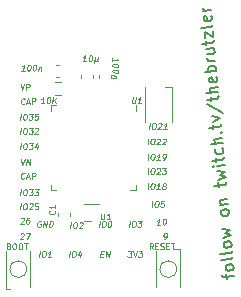
<source format=gbr>
%TF.GenerationSoftware,KiCad,Pcbnew,(6.0.7)*%
%TF.CreationDate,2023-02-02T23:10:42+01:00*%
%TF.ProjectId,ESP31-01_V4,45535033-312d-4303-915f-56342e6b6963,rev?*%
%TF.SameCoordinates,Original*%
%TF.FileFunction,Legend,Top*%
%TF.FilePolarity,Positive*%
%FSLAX46Y46*%
G04 Gerber Fmt 4.6, Leading zero omitted, Abs format (unit mm)*
G04 Created by KiCad (PCBNEW (6.0.7)) date 2023-02-02 23:10:42*
%MOMM*%
%LPD*%
G01*
G04 APERTURE LIST*
%ADD10C,0.100000*%
%ADD11C,0.150000*%
%ADD12C,0.120000*%
G04 APERTURE END LIST*
D10*
X105378258Y-108973809D02*
X105405044Y-108950000D01*
X105455639Y-108926190D01*
X105574687Y-108926190D01*
X105619330Y-108950000D01*
X105640163Y-108973809D01*
X105658020Y-109021428D01*
X105652068Y-109069047D01*
X105619330Y-109140476D01*
X105297901Y-109426190D01*
X105607425Y-109426190D01*
X106098497Y-108926190D02*
X106003258Y-108926190D01*
X105952663Y-108950000D01*
X105925877Y-108973809D01*
X105869330Y-109045238D01*
X105833616Y-109140476D01*
X105809806Y-109330952D01*
X105827663Y-109378571D01*
X105848497Y-109402380D01*
X105893139Y-109426190D01*
X105988377Y-109426190D01*
X106038973Y-109402380D01*
X106065758Y-109378571D01*
X106095520Y-109330952D01*
X106110401Y-109211904D01*
X106092544Y-109164285D01*
X106071711Y-109140476D01*
X106027068Y-109116666D01*
X105931830Y-109116666D01*
X105881235Y-109140476D01*
X105854449Y-109164285D01*
X105824687Y-109211904D01*
X116553809Y-111586190D02*
X116387142Y-111348095D01*
X116268095Y-111586190D02*
X116268095Y-111086190D01*
X116458571Y-111086190D01*
X116506190Y-111110000D01*
X116530000Y-111133809D01*
X116553809Y-111181428D01*
X116553809Y-111252857D01*
X116530000Y-111300476D01*
X116506190Y-111324285D01*
X116458571Y-111348095D01*
X116268095Y-111348095D01*
X116768095Y-111324285D02*
X116934761Y-111324285D01*
X117006190Y-111586190D02*
X116768095Y-111586190D01*
X116768095Y-111086190D01*
X117006190Y-111086190D01*
X117196666Y-111562380D02*
X117268095Y-111586190D01*
X117387142Y-111586190D01*
X117434761Y-111562380D01*
X117458571Y-111538571D01*
X117482380Y-111490952D01*
X117482380Y-111443333D01*
X117458571Y-111395714D01*
X117434761Y-111371904D01*
X117387142Y-111348095D01*
X117291904Y-111324285D01*
X117244285Y-111300476D01*
X117220476Y-111276666D01*
X117196666Y-111229047D01*
X117196666Y-111181428D01*
X117220476Y-111133809D01*
X117244285Y-111110000D01*
X117291904Y-111086190D01*
X117410952Y-111086190D01*
X117482380Y-111110000D01*
X117696666Y-111324285D02*
X117863333Y-111324285D01*
X117934761Y-111586190D02*
X117696666Y-111586190D01*
X117696666Y-111086190D01*
X117934761Y-111086190D01*
X118077619Y-111086190D02*
X118363333Y-111086190D01*
X118220476Y-111586190D02*
X118220476Y-111086190D01*
X105314568Y-101826190D02*
X105377068Y-101326190D01*
X105710401Y-101326190D02*
X105805639Y-101326190D01*
X105850282Y-101350000D01*
X105891949Y-101397619D01*
X105903854Y-101492857D01*
X105883020Y-101659523D01*
X105847306Y-101754761D01*
X105793735Y-101802380D01*
X105743139Y-101826190D01*
X105647901Y-101826190D01*
X105603258Y-101802380D01*
X105561592Y-101754761D01*
X105549687Y-101659523D01*
X105570520Y-101492857D01*
X105606235Y-101397619D01*
X105659806Y-101350000D01*
X105710401Y-101326190D01*
X106091354Y-101326190D02*
X106400877Y-101326190D01*
X106210401Y-101516666D01*
X106281830Y-101516666D01*
X106326473Y-101540476D01*
X106347306Y-101564285D01*
X106365163Y-101611904D01*
X106350282Y-101730952D01*
X106320520Y-101778571D01*
X106293735Y-101802380D01*
X106243139Y-101826190D01*
X106100282Y-101826190D01*
X106055639Y-101802380D01*
X106034806Y-101778571D01*
X106585401Y-101373809D02*
X106612187Y-101350000D01*
X106662782Y-101326190D01*
X106781830Y-101326190D01*
X106826473Y-101350000D01*
X106847306Y-101373809D01*
X106865163Y-101421428D01*
X106859211Y-101469047D01*
X106826473Y-101540476D01*
X106505044Y-101826190D01*
X106814568Y-101826190D01*
X116114568Y-104026190D02*
X116177068Y-103526190D01*
X116510401Y-103526190D02*
X116605639Y-103526190D01*
X116650282Y-103550000D01*
X116691949Y-103597619D01*
X116703854Y-103692857D01*
X116683020Y-103859523D01*
X116647306Y-103954761D01*
X116593735Y-104002380D01*
X116543139Y-104026190D01*
X116447901Y-104026190D01*
X116403258Y-104002380D01*
X116361592Y-103954761D01*
X116349687Y-103859523D01*
X116370520Y-103692857D01*
X116406235Y-103597619D01*
X116459806Y-103550000D01*
X116510401Y-103526190D01*
X117138377Y-104026190D02*
X116852663Y-104026190D01*
X116995520Y-104026190D02*
X117058020Y-103526190D01*
X117001473Y-103597619D01*
X116947901Y-103645238D01*
X116897306Y-103669047D01*
X117376473Y-104026190D02*
X117471711Y-104026190D01*
X117522306Y-104002380D01*
X117549092Y-103978571D01*
X117605639Y-103907142D01*
X117641354Y-103811904D01*
X117665163Y-103621428D01*
X117647306Y-103573809D01*
X117626473Y-103550000D01*
X117581830Y-103526190D01*
X117486592Y-103526190D01*
X117435997Y-103550000D01*
X117409211Y-103573809D01*
X117379449Y-103621428D01*
X117364568Y-103740476D01*
X117382425Y-103788095D01*
X117403258Y-103811904D01*
X117447901Y-103835714D01*
X117543139Y-103835714D01*
X117593735Y-103811904D01*
X117620520Y-103788095D01*
X117650282Y-103740476D01*
X107073235Y-109224000D02*
X107028592Y-109200190D01*
X106957163Y-109200190D01*
X106882758Y-109224000D01*
X106829187Y-109271619D01*
X106799425Y-109319238D01*
X106763711Y-109414476D01*
X106754782Y-109485904D01*
X106766687Y-109581142D01*
X106784544Y-109628761D01*
X106826211Y-109676380D01*
X106894663Y-109700190D01*
X106942282Y-109700190D01*
X107016687Y-109676380D01*
X107043473Y-109652571D01*
X107064306Y-109485904D01*
X106969068Y-109485904D01*
X107251806Y-109700190D02*
X107314306Y-109200190D01*
X107537520Y-109700190D01*
X107600020Y-109200190D01*
X107775616Y-109700190D02*
X107838116Y-109200190D01*
X107957163Y-109200190D01*
X108025616Y-109224000D01*
X108067282Y-109271619D01*
X108085139Y-109319238D01*
X108097044Y-109414476D01*
X108088116Y-109485904D01*
X108052401Y-109581142D01*
X108022639Y-109628761D01*
X107969068Y-109676380D01*
X107894663Y-109700190D01*
X107775616Y-109700190D01*
X105353258Y-110273809D02*
X105380044Y-110250000D01*
X105430639Y-110226190D01*
X105549687Y-110226190D01*
X105594330Y-110250000D01*
X105615163Y-110273809D01*
X105633020Y-110321428D01*
X105627068Y-110369047D01*
X105594330Y-110440476D01*
X105272901Y-110726190D01*
X105582425Y-110726190D01*
X105811592Y-110226190D02*
X106144925Y-110226190D01*
X105868139Y-110726190D01*
X105649092Y-105578571D02*
X105622306Y-105602380D01*
X105547901Y-105626190D01*
X105500282Y-105626190D01*
X105431830Y-105602380D01*
X105390163Y-105554761D01*
X105372306Y-105507142D01*
X105360401Y-105411904D01*
X105369330Y-105340476D01*
X105405044Y-105245238D01*
X105434806Y-105197619D01*
X105488377Y-105150000D01*
X105562782Y-105126190D01*
X105610401Y-105126190D01*
X105678854Y-105150000D01*
X105699687Y-105173809D01*
X105851473Y-105483333D02*
X106089568Y-105483333D01*
X105785997Y-105626190D02*
X106015163Y-105126190D01*
X106119330Y-105626190D01*
X106285997Y-105626190D02*
X106348497Y-105126190D01*
X106538973Y-105126190D01*
X106583616Y-105150000D01*
X106604449Y-105173809D01*
X106622306Y-105221428D01*
X106613377Y-105292857D01*
X106583616Y-105340476D01*
X106556830Y-105364285D01*
X106506235Y-105388095D01*
X106315758Y-105388095D01*
X116114568Y-102726190D02*
X116177068Y-102226190D01*
X116510401Y-102226190D02*
X116605639Y-102226190D01*
X116650282Y-102250000D01*
X116691949Y-102297619D01*
X116703854Y-102392857D01*
X116683020Y-102559523D01*
X116647306Y-102654761D01*
X116593735Y-102702380D01*
X116543139Y-102726190D01*
X116447901Y-102726190D01*
X116403258Y-102702380D01*
X116361592Y-102654761D01*
X116349687Y-102559523D01*
X116370520Y-102392857D01*
X116406235Y-102297619D01*
X116459806Y-102250000D01*
X116510401Y-102226190D01*
X116909211Y-102273809D02*
X116935997Y-102250000D01*
X116986592Y-102226190D01*
X117105639Y-102226190D01*
X117150282Y-102250000D01*
X117171116Y-102273809D01*
X117188973Y-102321428D01*
X117183020Y-102369047D01*
X117150282Y-102440476D01*
X116828854Y-102726190D01*
X117138377Y-102726190D01*
X117385401Y-102273809D02*
X117412187Y-102250000D01*
X117462782Y-102226190D01*
X117581830Y-102226190D01*
X117626473Y-102250000D01*
X117647306Y-102273809D01*
X117665163Y-102321428D01*
X117659211Y-102369047D01*
X117626473Y-102440476D01*
X117305044Y-102726190D01*
X117614568Y-102726190D01*
X107357425Y-99226190D02*
X107071711Y-99226190D01*
X107214568Y-99226190D02*
X107277068Y-98726190D01*
X107220520Y-98797619D01*
X107166949Y-98845238D01*
X107116354Y-98869047D01*
X107729449Y-98726190D02*
X107777068Y-98726190D01*
X107821711Y-98750000D01*
X107842544Y-98773809D01*
X107860401Y-98821428D01*
X107872306Y-98916666D01*
X107857425Y-99035714D01*
X107821711Y-99130952D01*
X107791949Y-99178571D01*
X107765163Y-99202380D01*
X107714568Y-99226190D01*
X107666949Y-99226190D01*
X107622306Y-99202380D01*
X107601473Y-99178571D01*
X107583616Y-99130952D01*
X107571711Y-99035714D01*
X107586592Y-98916666D01*
X107622306Y-98821428D01*
X107652068Y-98773809D01*
X107678854Y-98750000D01*
X107729449Y-98726190D01*
X108047901Y-99226190D02*
X108110401Y-98726190D01*
X108333616Y-99226190D02*
X108155044Y-98940476D01*
X108396116Y-98726190D02*
X108074687Y-99011904D01*
X105386592Y-103926190D02*
X105490758Y-104426190D01*
X105719925Y-103926190D01*
X105824092Y-104426190D02*
X105886592Y-103926190D01*
X106109806Y-104426190D01*
X106172306Y-103926190D01*
X105649092Y-99278571D02*
X105622306Y-99302380D01*
X105547901Y-99326190D01*
X105500282Y-99326190D01*
X105431830Y-99302380D01*
X105390163Y-99254761D01*
X105372306Y-99207142D01*
X105360401Y-99111904D01*
X105369330Y-99040476D01*
X105405044Y-98945238D01*
X105434806Y-98897619D01*
X105488377Y-98850000D01*
X105562782Y-98826190D01*
X105610401Y-98826190D01*
X105678854Y-98850000D01*
X105699687Y-98873809D01*
X105851473Y-99183333D02*
X106089568Y-99183333D01*
X105785997Y-99326190D02*
X106015163Y-98826190D01*
X106119330Y-99326190D01*
X106285997Y-99326190D02*
X106348497Y-98826190D01*
X106538973Y-98826190D01*
X106583616Y-98850000D01*
X106604449Y-98873809D01*
X106622306Y-98921428D01*
X106613377Y-98992857D01*
X106583616Y-99040476D01*
X106556830Y-99064285D01*
X106506235Y-99088095D01*
X106315758Y-99088095D01*
X105314568Y-103126190D02*
X105377068Y-102626190D01*
X105710401Y-102626190D02*
X105805639Y-102626190D01*
X105850282Y-102650000D01*
X105891949Y-102697619D01*
X105903854Y-102792857D01*
X105883020Y-102959523D01*
X105847306Y-103054761D01*
X105793735Y-103102380D01*
X105743139Y-103126190D01*
X105647901Y-103126190D01*
X105603258Y-103102380D01*
X105561592Y-103054761D01*
X105549687Y-102959523D01*
X105570520Y-102792857D01*
X105606235Y-102697619D01*
X105659806Y-102650000D01*
X105710401Y-102626190D01*
X106091354Y-102626190D02*
X106400877Y-102626190D01*
X106210401Y-102816666D01*
X106281830Y-102816666D01*
X106326473Y-102840476D01*
X106347306Y-102864285D01*
X106365163Y-102911904D01*
X106350282Y-103030952D01*
X106320520Y-103078571D01*
X106293735Y-103102380D01*
X106243139Y-103126190D01*
X106100282Y-103126190D01*
X106055639Y-103102380D01*
X106034806Y-103078571D01*
X106808616Y-102792857D02*
X106766949Y-103126190D01*
X106713377Y-102602380D02*
X106549687Y-102959523D01*
X106859211Y-102959523D01*
X105314568Y-100626190D02*
X105377068Y-100126190D01*
X105710401Y-100126190D02*
X105805639Y-100126190D01*
X105850282Y-100150000D01*
X105891949Y-100197619D01*
X105903854Y-100292857D01*
X105883020Y-100459523D01*
X105847306Y-100554761D01*
X105793735Y-100602380D01*
X105743139Y-100626190D01*
X105647901Y-100626190D01*
X105603258Y-100602380D01*
X105561592Y-100554761D01*
X105549687Y-100459523D01*
X105570520Y-100292857D01*
X105606235Y-100197619D01*
X105659806Y-100150000D01*
X105710401Y-100126190D01*
X106091354Y-100126190D02*
X106400877Y-100126190D01*
X106210401Y-100316666D01*
X106281830Y-100316666D01*
X106326473Y-100340476D01*
X106347306Y-100364285D01*
X106365163Y-100411904D01*
X106350282Y-100530952D01*
X106320520Y-100578571D01*
X106293735Y-100602380D01*
X106243139Y-100626190D01*
X106100282Y-100626190D01*
X106055639Y-100602380D01*
X106034806Y-100578571D01*
X106853258Y-100126190D02*
X106615163Y-100126190D01*
X106561592Y-100364285D01*
X106588377Y-100340476D01*
X106638973Y-100316666D01*
X106758020Y-100316666D01*
X106802663Y-100340476D01*
X106823497Y-100364285D01*
X106841354Y-100411904D01*
X106826473Y-100530952D01*
X106796711Y-100578571D01*
X106769925Y-100602380D01*
X106719330Y-100626190D01*
X106600282Y-100626190D01*
X106555639Y-100602380D01*
X106534806Y-100578571D01*
X114834211Y-98726190D02*
X114783616Y-99130952D01*
X114801473Y-99178571D01*
X114822306Y-99202380D01*
X114866949Y-99226190D01*
X114962187Y-99226190D01*
X115012782Y-99202380D01*
X115039568Y-99178571D01*
X115069330Y-99130952D01*
X115119925Y-98726190D01*
X115557425Y-99226190D02*
X115271711Y-99226190D01*
X115414568Y-99226190D02*
X115477068Y-98726190D01*
X115420520Y-98797619D01*
X115366949Y-98845238D01*
X115316354Y-98869047D01*
X114458116Y-111740190D02*
X114767639Y-111740190D01*
X114577163Y-111930666D01*
X114648592Y-111930666D01*
X114693235Y-111954476D01*
X114714068Y-111978285D01*
X114731925Y-112025904D01*
X114717044Y-112144952D01*
X114687282Y-112192571D01*
X114660497Y-112216380D01*
X114609901Y-112240190D01*
X114467044Y-112240190D01*
X114422401Y-112216380D01*
X114401568Y-112192571D01*
X114910497Y-111740190D02*
X115014663Y-112240190D01*
X115243830Y-111740190D01*
X115362877Y-111740190D02*
X115672401Y-111740190D01*
X115481925Y-111930666D01*
X115553354Y-111930666D01*
X115597997Y-111954476D01*
X115618830Y-111978285D01*
X115636687Y-112025904D01*
X115621806Y-112144952D01*
X115592044Y-112192571D01*
X115565258Y-112216380D01*
X115514663Y-112240190D01*
X115371806Y-112240190D01*
X115327163Y-112216380D01*
X115306330Y-112192571D01*
X111974663Y-109700190D02*
X112037163Y-109200190D01*
X112370497Y-109200190D02*
X112465735Y-109200190D01*
X112510377Y-109224000D01*
X112552044Y-109271619D01*
X112563949Y-109366857D01*
X112543116Y-109533523D01*
X112507401Y-109628761D01*
X112453830Y-109676380D01*
X112403235Y-109700190D01*
X112307997Y-109700190D01*
X112263354Y-109676380D01*
X112221687Y-109628761D01*
X112209782Y-109533523D01*
X112230616Y-109366857D01*
X112266330Y-109271619D01*
X112319901Y-109224000D01*
X112370497Y-109200190D01*
X112894306Y-109200190D02*
X112941925Y-109200190D01*
X112986568Y-109224000D01*
X113007401Y-109247809D01*
X113025258Y-109295428D01*
X113037163Y-109390666D01*
X113022282Y-109509714D01*
X112986568Y-109604952D01*
X112956806Y-109652571D01*
X112930020Y-109676380D01*
X112879425Y-109700190D01*
X112831806Y-109700190D01*
X112787163Y-109676380D01*
X112766330Y-109652571D01*
X112748473Y-109604952D01*
X112736568Y-109509714D01*
X112751449Y-109390666D01*
X112787163Y-109295428D01*
X112816925Y-109247809D01*
X112843711Y-109224000D01*
X112894306Y-109200190D01*
X109434663Y-112240190D02*
X109497163Y-111740190D01*
X109830497Y-111740190D02*
X109925735Y-111740190D01*
X109970377Y-111764000D01*
X110012044Y-111811619D01*
X110023949Y-111906857D01*
X110003116Y-112073523D01*
X109967401Y-112168761D01*
X109913830Y-112216380D01*
X109863235Y-112240190D01*
X109767997Y-112240190D01*
X109723354Y-112216380D01*
X109681687Y-112168761D01*
X109669782Y-112073523D01*
X109690616Y-111906857D01*
X109726330Y-111811619D01*
X109779901Y-111764000D01*
X109830497Y-111740190D01*
X110452520Y-111906857D02*
X110410854Y-112240190D01*
X110357282Y-111716380D02*
X110193592Y-112073523D01*
X110503116Y-112073523D01*
X117457425Y-110726190D02*
X117552663Y-110726190D01*
X117603258Y-110702380D01*
X117630044Y-110678571D01*
X117686592Y-110607142D01*
X117722306Y-110511904D01*
X117746116Y-110321428D01*
X117728258Y-110273809D01*
X117707425Y-110250000D01*
X117662782Y-110226190D01*
X117567544Y-110226190D01*
X117516949Y-110250000D01*
X117490163Y-110273809D01*
X117460401Y-110321428D01*
X117445520Y-110440476D01*
X117463377Y-110488095D01*
X117484211Y-110511904D01*
X117528854Y-110535714D01*
X117624092Y-110535714D01*
X117674687Y-110511904D01*
X117701473Y-110488095D01*
X117731235Y-110440476D01*
X105314568Y-107026190D02*
X105377068Y-106526190D01*
X105710401Y-106526190D02*
X105805639Y-106526190D01*
X105850282Y-106550000D01*
X105891949Y-106597619D01*
X105903854Y-106692857D01*
X105883020Y-106859523D01*
X105847306Y-106954761D01*
X105793735Y-107002380D01*
X105743139Y-107026190D01*
X105647901Y-107026190D01*
X105603258Y-107002380D01*
X105561592Y-106954761D01*
X105549687Y-106859523D01*
X105570520Y-106692857D01*
X105606235Y-106597619D01*
X105659806Y-106550000D01*
X105710401Y-106526190D01*
X106091354Y-106526190D02*
X106400877Y-106526190D01*
X106210401Y-106716666D01*
X106281830Y-106716666D01*
X106326473Y-106740476D01*
X106347306Y-106764285D01*
X106365163Y-106811904D01*
X106350282Y-106930952D01*
X106320520Y-106978571D01*
X106293735Y-107002380D01*
X106243139Y-107026190D01*
X106100282Y-107026190D01*
X106055639Y-107002380D01*
X106034806Y-106978571D01*
X106567544Y-106526190D02*
X106877068Y-106526190D01*
X106686592Y-106716666D01*
X106758020Y-106716666D01*
X106802663Y-106740476D01*
X106823497Y-106764285D01*
X106841354Y-106811904D01*
X106826473Y-106930952D01*
X106796711Y-106978571D01*
X106769925Y-107002380D01*
X106719330Y-107026190D01*
X106576473Y-107026190D01*
X106531830Y-107002380D01*
X106510997Y-106978571D01*
X116214568Y-101426190D02*
X116277068Y-100926190D01*
X116610401Y-100926190D02*
X116705639Y-100926190D01*
X116750282Y-100950000D01*
X116791949Y-100997619D01*
X116803854Y-101092857D01*
X116783020Y-101259523D01*
X116747306Y-101354761D01*
X116693735Y-101402380D01*
X116643139Y-101426190D01*
X116547901Y-101426190D01*
X116503258Y-101402380D01*
X116461592Y-101354761D01*
X116449687Y-101259523D01*
X116470520Y-101092857D01*
X116506235Y-100997619D01*
X116559806Y-100950000D01*
X116610401Y-100926190D01*
X117009211Y-100973809D02*
X117035997Y-100950000D01*
X117086592Y-100926190D01*
X117205639Y-100926190D01*
X117250282Y-100950000D01*
X117271116Y-100973809D01*
X117288973Y-101021428D01*
X117283020Y-101069047D01*
X117250282Y-101140476D01*
X116928854Y-101426190D01*
X117238377Y-101426190D01*
X117714568Y-101426190D02*
X117428854Y-101426190D01*
X117571711Y-101426190D02*
X117634211Y-100926190D01*
X117577663Y-100997619D01*
X117524092Y-101045238D01*
X117473497Y-101069047D01*
X105314568Y-108226190D02*
X105377068Y-107726190D01*
X105710401Y-107726190D02*
X105805639Y-107726190D01*
X105850282Y-107750000D01*
X105891949Y-107797619D01*
X105903854Y-107892857D01*
X105883020Y-108059523D01*
X105847306Y-108154761D01*
X105793735Y-108202380D01*
X105743139Y-108226190D01*
X105647901Y-108226190D01*
X105603258Y-108202380D01*
X105561592Y-108154761D01*
X105549687Y-108059523D01*
X105570520Y-107892857D01*
X105606235Y-107797619D01*
X105659806Y-107750000D01*
X105710401Y-107726190D01*
X106109211Y-107773809D02*
X106135997Y-107750000D01*
X106186592Y-107726190D01*
X106305639Y-107726190D01*
X106350282Y-107750000D01*
X106371116Y-107773809D01*
X106388973Y-107821428D01*
X106383020Y-107869047D01*
X106350282Y-107940476D01*
X106028854Y-108226190D01*
X106338377Y-108226190D01*
X106853258Y-107726190D02*
X106615163Y-107726190D01*
X106561592Y-107964285D01*
X106588377Y-107940476D01*
X106638973Y-107916666D01*
X106758020Y-107916666D01*
X106802663Y-107940476D01*
X106823497Y-107964285D01*
X106841354Y-108011904D01*
X106826473Y-108130952D01*
X106796711Y-108178571D01*
X106769925Y-108202380D01*
X106719330Y-108226190D01*
X106600282Y-108226190D01*
X106555639Y-108202380D01*
X106534806Y-108178571D01*
X112138354Y-111978285D02*
X112305020Y-111978285D01*
X112343711Y-112240190D02*
X112105616Y-112240190D01*
X112168116Y-111740190D01*
X112406211Y-111740190D01*
X112557997Y-112240190D02*
X112620497Y-111740190D01*
X112843711Y-112240190D01*
X112906211Y-111740190D01*
X105693139Y-96476190D02*
X105407425Y-96476190D01*
X105550282Y-96476190D02*
X105612782Y-95976190D01*
X105556235Y-96047619D01*
X105502663Y-96095238D01*
X105452068Y-96119047D01*
X106065163Y-95976190D02*
X106112782Y-95976190D01*
X106157425Y-96000000D01*
X106178258Y-96023809D01*
X106196116Y-96071428D01*
X106208020Y-96166666D01*
X106193139Y-96285714D01*
X106157425Y-96380952D01*
X106127663Y-96428571D01*
X106100877Y-96452380D01*
X106050282Y-96476190D01*
X106002663Y-96476190D01*
X105958020Y-96452380D01*
X105937187Y-96428571D01*
X105919330Y-96380952D01*
X105907425Y-96285714D01*
X105922306Y-96166666D01*
X105958020Y-96071428D01*
X105987782Y-96023809D01*
X106014568Y-96000000D01*
X106065163Y-95976190D01*
X106541354Y-95976190D02*
X106588973Y-95976190D01*
X106633616Y-96000000D01*
X106654449Y-96023809D01*
X106672306Y-96071428D01*
X106684211Y-96166666D01*
X106669330Y-96285714D01*
X106633616Y-96380952D01*
X106603854Y-96428571D01*
X106577068Y-96452380D01*
X106526473Y-96476190D01*
X106478854Y-96476190D01*
X106434211Y-96452380D01*
X106413377Y-96428571D01*
X106395520Y-96380952D01*
X106383616Y-96285714D01*
X106398497Y-96166666D01*
X106434211Y-96071428D01*
X106463973Y-96023809D01*
X106490758Y-96000000D01*
X106541354Y-95976190D01*
X106901473Y-96142857D02*
X106859806Y-96476190D01*
X106895520Y-96190476D02*
X106922306Y-96166666D01*
X106972901Y-96142857D01*
X107044330Y-96142857D01*
X107088973Y-96166666D01*
X107106830Y-96214285D01*
X107074092Y-96476190D01*
D11*
X122790895Y-114098634D02*
X122757693Y-113719131D01*
X123442574Y-113898216D02*
X122588693Y-113972921D01*
X122489667Y-113933784D01*
X122433929Y-113843059D01*
X122425628Y-113748183D01*
X123380320Y-113186649D02*
X123341183Y-113285675D01*
X123297895Y-113337263D01*
X123207170Y-113393001D01*
X122922543Y-113417903D01*
X122823517Y-113378765D01*
X122771929Y-113335478D01*
X122716190Y-113244753D01*
X122703740Y-113102439D01*
X122742877Y-113003413D01*
X122786165Y-112951825D01*
X122876890Y-112896087D01*
X123161517Y-112871185D01*
X123260543Y-112910322D01*
X123312131Y-112953610D01*
X123367869Y-113044335D01*
X123380320Y-113186649D01*
X123301465Y-112285330D02*
X123262328Y-112384356D01*
X123171602Y-112440094D01*
X122317721Y-112514799D01*
X123255812Y-111763513D02*
X123216675Y-111862539D01*
X123125949Y-111918278D01*
X122272068Y-111992983D01*
X123210159Y-111241697D02*
X123171022Y-111340723D01*
X123127734Y-111392311D01*
X123037009Y-111448050D01*
X122752382Y-111472951D01*
X122653356Y-111433814D01*
X122601768Y-111390526D01*
X122546029Y-111299801D01*
X122533578Y-111157487D01*
X122572716Y-111058461D01*
X122616003Y-111006873D01*
X122706729Y-110951135D01*
X122991356Y-110926233D01*
X123090382Y-110965371D01*
X123141970Y-111008658D01*
X123197708Y-111099384D01*
X123210159Y-111241697D01*
X122487925Y-110635671D02*
X123135454Y-110387816D01*
X122644475Y-110239567D01*
X123102252Y-110008313D01*
X122421521Y-109876666D01*
X122973593Y-108537740D02*
X122934456Y-108636766D01*
X122891169Y-108688354D01*
X122800443Y-108744093D01*
X122515816Y-108768994D01*
X122416790Y-108729857D01*
X122365202Y-108686569D01*
X122309464Y-108595844D01*
X122297013Y-108453530D01*
X122336150Y-108354504D01*
X122379438Y-108302916D01*
X122470163Y-108247178D01*
X122754790Y-108222276D01*
X122853816Y-108261414D01*
X122905404Y-108304701D01*
X122961143Y-108395427D01*
X122973593Y-108537740D01*
X122243059Y-107836838D02*
X122907189Y-107778735D01*
X122337935Y-107828538D02*
X122286347Y-107785250D01*
X122230608Y-107694525D01*
X122218158Y-107552211D01*
X122257295Y-107453185D01*
X122348020Y-107397447D01*
X122869837Y-107351794D01*
X122110251Y-106318827D02*
X122077048Y-105939325D01*
X121765735Y-106205566D02*
X122619616Y-106130861D01*
X122710341Y-106075123D01*
X122749479Y-105976097D01*
X122741178Y-105881221D01*
X122056297Y-105702136D02*
X122703826Y-105454280D01*
X122212846Y-105306032D01*
X122670623Y-105074778D01*
X121989893Y-104943130D01*
X122620820Y-104505523D02*
X121956690Y-104563627D01*
X121624626Y-104592679D02*
X121676214Y-104635967D01*
X121719501Y-104584379D01*
X121667913Y-104541091D01*
X121624626Y-104592679D01*
X121719501Y-104584379D01*
X121927639Y-104231562D02*
X121894436Y-103852060D01*
X121583123Y-104118301D02*
X122437004Y-104043596D01*
X122527729Y-103987857D01*
X122566867Y-103888831D01*
X122558566Y-103793956D01*
X122444724Y-103039101D02*
X122500462Y-103129826D01*
X122517063Y-103319577D01*
X122477926Y-103418603D01*
X122434639Y-103470191D01*
X122343913Y-103525930D01*
X122059286Y-103550831D01*
X121960260Y-103511694D01*
X121908672Y-103468407D01*
X121852934Y-103377681D01*
X121836332Y-103187930D01*
X121875470Y-103088904D01*
X122454809Y-102608010D02*
X121458615Y-102695165D01*
X122417457Y-102181069D02*
X121895641Y-102226722D01*
X121804915Y-102282461D01*
X121765778Y-102381487D01*
X121778229Y-102523800D01*
X121833967Y-102614525D01*
X121885555Y-102657813D01*
X122281078Y-101714991D02*
X122324366Y-101663403D01*
X122375954Y-101706691D01*
X122332667Y-101758279D01*
X122281078Y-101714991D01*
X122375954Y-101706691D01*
X121682772Y-101432730D02*
X121649570Y-101053227D01*
X121338257Y-101319468D02*
X122192138Y-101244763D01*
X122282863Y-101189025D01*
X122322001Y-101089999D01*
X122313700Y-100995123D01*
X121628819Y-100816038D02*
X122272197Y-100520745D01*
X121587316Y-100341659D01*
X121112357Y-99283791D02*
X122467884Y-100025615D01*
X121475259Y-99060838D02*
X121442057Y-98681335D01*
X121130743Y-98947576D02*
X121984624Y-98872871D01*
X122075350Y-98817133D01*
X122114487Y-98718107D01*
X122106186Y-98623231D01*
X122077134Y-98291166D02*
X121080940Y-98378322D01*
X122039782Y-97864225D02*
X121517966Y-97909878D01*
X121427240Y-97965617D01*
X121388103Y-98064643D01*
X121400554Y-98206956D01*
X121456292Y-98297682D01*
X121507880Y-98340969D01*
X121917639Y-97014495D02*
X121973378Y-97105220D01*
X121989979Y-97294971D01*
X121950841Y-97393997D01*
X121860116Y-97449736D01*
X121480613Y-97482938D01*
X121381587Y-97443801D01*
X121325849Y-97353075D01*
X121309248Y-97163324D01*
X121348385Y-97064298D01*
X121439110Y-97008559D01*
X121533986Y-97000259D01*
X121670365Y-97466337D01*
X121923574Y-96535966D02*
X120927380Y-96623122D01*
X121306882Y-96589919D02*
X121251144Y-96499194D01*
X121234543Y-96309443D01*
X121273680Y-96210417D01*
X121316968Y-96158829D01*
X121407693Y-96103090D01*
X121692320Y-96078189D01*
X121791346Y-96117326D01*
X121842934Y-96160613D01*
X121898673Y-96251339D01*
X121915274Y-96441090D01*
X121876136Y-96540116D01*
X121844719Y-95634647D02*
X121180589Y-95692751D01*
X121370341Y-95676150D02*
X121271315Y-95637012D01*
X121219727Y-95593725D01*
X121163988Y-95502999D01*
X121155688Y-95408124D01*
X121089283Y-94649118D02*
X121753413Y-94591014D01*
X121126636Y-95076059D02*
X121648452Y-95030406D01*
X121739177Y-94974667D01*
X121778315Y-94875641D01*
X121765864Y-94733328D01*
X121710125Y-94642602D01*
X121658537Y-94599315D01*
X121060231Y-94317053D02*
X121027029Y-93937551D01*
X120715716Y-94203792D02*
X121569597Y-94129087D01*
X121660322Y-94073348D01*
X121699460Y-93974322D01*
X121691159Y-93879447D01*
X121006278Y-93700361D02*
X120960625Y-93178545D01*
X121670408Y-93642257D01*
X121624755Y-93120441D01*
X121579102Y-92598625D02*
X121539964Y-92697651D01*
X121449239Y-92753389D01*
X120595358Y-92828094D01*
X121465259Y-91843770D02*
X121520998Y-91934495D01*
X121537599Y-92124246D01*
X121498462Y-92223272D01*
X121407736Y-92279011D01*
X121028233Y-92312213D01*
X120929207Y-92273076D01*
X120873469Y-92182350D01*
X120856868Y-91992599D01*
X120896005Y-91893573D01*
X120986731Y-91837835D01*
X121081606Y-91829534D01*
X121217985Y-92295612D01*
X121471194Y-91365241D02*
X120807065Y-91423345D01*
X120996816Y-91406744D02*
X120897790Y-91367606D01*
X120846202Y-91324319D01*
X120790464Y-91233593D01*
X120782163Y-91138718D01*
D10*
X114514663Y-109700190D02*
X114577163Y-109200190D01*
X114910497Y-109200190D02*
X115005735Y-109200190D01*
X115050377Y-109224000D01*
X115092044Y-109271619D01*
X115103949Y-109366857D01*
X115083116Y-109533523D01*
X115047401Y-109628761D01*
X114993830Y-109676380D01*
X114943235Y-109700190D01*
X114847997Y-109700190D01*
X114803354Y-109676380D01*
X114761687Y-109628761D01*
X114749782Y-109533523D01*
X114770616Y-109366857D01*
X114806330Y-109271619D01*
X114859901Y-109224000D01*
X114910497Y-109200190D01*
X115291449Y-109200190D02*
X115600973Y-109200190D01*
X115410497Y-109390666D01*
X115481925Y-109390666D01*
X115526568Y-109414476D01*
X115547401Y-109438285D01*
X115565258Y-109485904D01*
X115550377Y-109604952D01*
X115520616Y-109652571D01*
X115493830Y-109676380D01*
X115443235Y-109700190D01*
X115300377Y-109700190D01*
X115255735Y-109676380D01*
X115234901Y-109652571D01*
X104346428Y-111339285D02*
X104417857Y-111363095D01*
X104441666Y-111386904D01*
X104465476Y-111434523D01*
X104465476Y-111505952D01*
X104441666Y-111553571D01*
X104417857Y-111577380D01*
X104370238Y-111601190D01*
X104179761Y-111601190D01*
X104179761Y-111101190D01*
X104346428Y-111101190D01*
X104394047Y-111125000D01*
X104417857Y-111148809D01*
X104441666Y-111196428D01*
X104441666Y-111244047D01*
X104417857Y-111291666D01*
X104394047Y-111315476D01*
X104346428Y-111339285D01*
X104179761Y-111339285D01*
X104775000Y-111101190D02*
X104870238Y-111101190D01*
X104917857Y-111125000D01*
X104965476Y-111172619D01*
X104989285Y-111267857D01*
X104989285Y-111434523D01*
X104965476Y-111529761D01*
X104917857Y-111577380D01*
X104870238Y-111601190D01*
X104775000Y-111601190D01*
X104727380Y-111577380D01*
X104679761Y-111529761D01*
X104655952Y-111434523D01*
X104655952Y-111267857D01*
X104679761Y-111172619D01*
X104727380Y-111125000D01*
X104775000Y-111101190D01*
X105298809Y-111101190D02*
X105394047Y-111101190D01*
X105441666Y-111125000D01*
X105489285Y-111172619D01*
X105513095Y-111267857D01*
X105513095Y-111434523D01*
X105489285Y-111529761D01*
X105441666Y-111577380D01*
X105394047Y-111601190D01*
X105298809Y-111601190D01*
X105251190Y-111577380D01*
X105203571Y-111529761D01*
X105179761Y-111434523D01*
X105179761Y-111267857D01*
X105203571Y-111172619D01*
X105251190Y-111125000D01*
X105298809Y-111101190D01*
X105655952Y-111101190D02*
X105941666Y-111101190D01*
X105798809Y-111601190D02*
X105798809Y-111101190D01*
X116452663Y-108026190D02*
X116515163Y-107526190D01*
X116848497Y-107526190D02*
X116943735Y-107526190D01*
X116988377Y-107550000D01*
X117030044Y-107597619D01*
X117041949Y-107692857D01*
X117021116Y-107859523D01*
X116985401Y-107954761D01*
X116931830Y-108002380D01*
X116881235Y-108026190D01*
X116785997Y-108026190D01*
X116741354Y-108002380D01*
X116699687Y-107954761D01*
X116687782Y-107859523D01*
X116708616Y-107692857D01*
X116744330Y-107597619D01*
X116797901Y-107550000D01*
X116848497Y-107526190D01*
X117515163Y-107526190D02*
X117277068Y-107526190D01*
X117223497Y-107764285D01*
X117250282Y-107740476D01*
X117300877Y-107716666D01*
X117419925Y-107716666D01*
X117464568Y-107740476D01*
X117485401Y-107764285D01*
X117503258Y-107811904D01*
X117488377Y-107930952D01*
X117458616Y-107978571D01*
X117431830Y-108002380D01*
X117381235Y-108026190D01*
X117262187Y-108026190D01*
X117217544Y-108002380D01*
X117196711Y-107978571D01*
X116114568Y-106526190D02*
X116177068Y-106026190D01*
X116510401Y-106026190D02*
X116605639Y-106026190D01*
X116650282Y-106050000D01*
X116691949Y-106097619D01*
X116703854Y-106192857D01*
X116683020Y-106359523D01*
X116647306Y-106454761D01*
X116593735Y-106502380D01*
X116543139Y-106526190D01*
X116447901Y-106526190D01*
X116403258Y-106502380D01*
X116361592Y-106454761D01*
X116349687Y-106359523D01*
X116370520Y-106192857D01*
X116406235Y-106097619D01*
X116459806Y-106050000D01*
X116510401Y-106026190D01*
X117138377Y-106526190D02*
X116852663Y-106526190D01*
X116995520Y-106526190D02*
X117058020Y-106026190D01*
X117001473Y-106097619D01*
X116947901Y-106145238D01*
X116897306Y-106169047D01*
X117459806Y-106240476D02*
X117415163Y-106216666D01*
X117394330Y-106192857D01*
X117376473Y-106145238D01*
X117379449Y-106121428D01*
X117409211Y-106073809D01*
X117435997Y-106050000D01*
X117486592Y-106026190D01*
X117581830Y-106026190D01*
X117626473Y-106050000D01*
X117647306Y-106073809D01*
X117665163Y-106121428D01*
X117662187Y-106145238D01*
X117632425Y-106192857D01*
X117605639Y-106216666D01*
X117555044Y-106240476D01*
X117459806Y-106240476D01*
X117409211Y-106264285D01*
X117382425Y-106288095D01*
X117352663Y-106335714D01*
X117340758Y-106430952D01*
X117358616Y-106478571D01*
X117379449Y-106502380D01*
X117424092Y-106526190D01*
X117519330Y-106526190D01*
X117569925Y-106502380D01*
X117596711Y-106478571D01*
X117626473Y-106430952D01*
X117638377Y-106335714D01*
X117620520Y-106288095D01*
X117599687Y-106264285D01*
X117555044Y-106240476D01*
X116114568Y-105226190D02*
X116177068Y-104726190D01*
X116510401Y-104726190D02*
X116605639Y-104726190D01*
X116650282Y-104750000D01*
X116691949Y-104797619D01*
X116703854Y-104892857D01*
X116683020Y-105059523D01*
X116647306Y-105154761D01*
X116593735Y-105202380D01*
X116543139Y-105226190D01*
X116447901Y-105226190D01*
X116403258Y-105202380D01*
X116361592Y-105154761D01*
X116349687Y-105059523D01*
X116370520Y-104892857D01*
X116406235Y-104797619D01*
X116459806Y-104750000D01*
X116510401Y-104726190D01*
X116909211Y-104773809D02*
X116935997Y-104750000D01*
X116986592Y-104726190D01*
X117105639Y-104726190D01*
X117150282Y-104750000D01*
X117171116Y-104773809D01*
X117188973Y-104821428D01*
X117183020Y-104869047D01*
X117150282Y-104940476D01*
X116828854Y-105226190D01*
X117138377Y-105226190D01*
X117367544Y-104726190D02*
X117677068Y-104726190D01*
X117486592Y-104916666D01*
X117558020Y-104916666D01*
X117602663Y-104940476D01*
X117623497Y-104964285D01*
X117641354Y-105011904D01*
X117626473Y-105130952D01*
X117596711Y-105178571D01*
X117569925Y-105202380D01*
X117519330Y-105226190D01*
X117376473Y-105226190D01*
X117331830Y-105202380D01*
X117310997Y-105178571D01*
X106894663Y-112240190D02*
X106957163Y-111740190D01*
X107290497Y-111740190D02*
X107385735Y-111740190D01*
X107430377Y-111764000D01*
X107472044Y-111811619D01*
X107483949Y-111906857D01*
X107463116Y-112073523D01*
X107427401Y-112168761D01*
X107373830Y-112216380D01*
X107323235Y-112240190D01*
X107227997Y-112240190D01*
X107183354Y-112216380D01*
X107141687Y-112168761D01*
X107129782Y-112073523D01*
X107150616Y-111906857D01*
X107186330Y-111811619D01*
X107239901Y-111764000D01*
X107290497Y-111740190D01*
X107918473Y-112240190D02*
X107632758Y-112240190D01*
X107775616Y-112240190D02*
X107838116Y-111740190D01*
X107781568Y-111811619D01*
X107727997Y-111859238D01*
X107677401Y-111883047D01*
X110895520Y-95696190D02*
X110609806Y-95696190D01*
X110752663Y-95696190D02*
X110815163Y-95196190D01*
X110758616Y-95267619D01*
X110705044Y-95315238D01*
X110654449Y-95339047D01*
X111267544Y-95196190D02*
X111315163Y-95196190D01*
X111359806Y-95220000D01*
X111380639Y-95243809D01*
X111398497Y-95291428D01*
X111410401Y-95386666D01*
X111395520Y-95505714D01*
X111359806Y-95600952D01*
X111330044Y-95648571D01*
X111303258Y-95672380D01*
X111252663Y-95696190D01*
X111205044Y-95696190D01*
X111160401Y-95672380D01*
X111139568Y-95648571D01*
X111121711Y-95600952D01*
X111109806Y-95505714D01*
X111124687Y-95386666D01*
X111160401Y-95291428D01*
X111190163Y-95243809D01*
X111216949Y-95220000D01*
X111267544Y-95196190D01*
X111627663Y-95362857D02*
X111565163Y-95862857D01*
X111833020Y-95624761D02*
X111850877Y-95672380D01*
X111895520Y-95696190D01*
X111594925Y-95624761D02*
X111612782Y-95672380D01*
X111657425Y-95696190D01*
X111752663Y-95696190D01*
X111803258Y-95672380D01*
X111833020Y-95624761D01*
X111865758Y-95362857D01*
X105348497Y-97626190D02*
X105452663Y-98126190D01*
X105681830Y-97626190D01*
X105785997Y-98126190D02*
X105848497Y-97626190D01*
X106038973Y-97626190D01*
X106083616Y-97650000D01*
X106104449Y-97673809D01*
X106122306Y-97721428D01*
X106113377Y-97792857D01*
X106083616Y-97840476D01*
X106056830Y-97864285D01*
X106006235Y-97888095D01*
X105815758Y-97888095D01*
X117157425Y-109526190D02*
X116871711Y-109526190D01*
X117014568Y-109526190D02*
X117077068Y-109026190D01*
X117020520Y-109097619D01*
X116966949Y-109145238D01*
X116916354Y-109169047D01*
X117529449Y-109026190D02*
X117577068Y-109026190D01*
X117621711Y-109050000D01*
X117642544Y-109073809D01*
X117660401Y-109121428D01*
X117672306Y-109216666D01*
X117657425Y-109335714D01*
X117621711Y-109430952D01*
X117591949Y-109478571D01*
X117565163Y-109502380D01*
X117514568Y-109526190D01*
X117466949Y-109526190D01*
X117422306Y-109502380D01*
X117401473Y-109478571D01*
X117383616Y-109430952D01*
X117371711Y-109335714D01*
X117386592Y-109216666D01*
X117422306Y-109121428D01*
X117452068Y-109073809D01*
X117478854Y-109050000D01*
X117529449Y-109026190D01*
X113133809Y-95693139D02*
X113133809Y-95407425D01*
X113133809Y-95550282D02*
X113633809Y-95612782D01*
X113562380Y-95556235D01*
X113514761Y-95502663D01*
X113490952Y-95452068D01*
X113633809Y-96065163D02*
X113633809Y-96112782D01*
X113610000Y-96157425D01*
X113586190Y-96178258D01*
X113538571Y-96196116D01*
X113443333Y-96208020D01*
X113324285Y-96193139D01*
X113229047Y-96157425D01*
X113181428Y-96127663D01*
X113157619Y-96100877D01*
X113133809Y-96050282D01*
X113133809Y-96002663D01*
X113157619Y-95958020D01*
X113181428Y-95937187D01*
X113229047Y-95919330D01*
X113324285Y-95907425D01*
X113443333Y-95922306D01*
X113538571Y-95958020D01*
X113586190Y-95987782D01*
X113610000Y-96014568D01*
X113633809Y-96065163D01*
X113633809Y-96541354D02*
X113633809Y-96588973D01*
X113610000Y-96633616D01*
X113586190Y-96654449D01*
X113538571Y-96672306D01*
X113443333Y-96684211D01*
X113324285Y-96669330D01*
X113229047Y-96633616D01*
X113181428Y-96603854D01*
X113157619Y-96577068D01*
X113133809Y-96526473D01*
X113133809Y-96478854D01*
X113157619Y-96434211D01*
X113181428Y-96413377D01*
X113229047Y-96395520D01*
X113324285Y-96383616D01*
X113443333Y-96398497D01*
X113538571Y-96434211D01*
X113586190Y-96463973D01*
X113610000Y-96490758D01*
X113633809Y-96541354D01*
X113467142Y-96901473D02*
X113133809Y-96859806D01*
X113419523Y-96895520D02*
X113443333Y-96922306D01*
X113467142Y-96972901D01*
X113467142Y-97044330D01*
X113443333Y-97088973D01*
X113395714Y-97106830D01*
X113133809Y-97074092D01*
X109552663Y-109826190D02*
X109615163Y-109326190D01*
X109948497Y-109326190D02*
X110043735Y-109326190D01*
X110088377Y-109350000D01*
X110130044Y-109397619D01*
X110141949Y-109492857D01*
X110121116Y-109659523D01*
X110085401Y-109754761D01*
X110031830Y-109802380D01*
X109981235Y-109826190D01*
X109885997Y-109826190D01*
X109841354Y-109802380D01*
X109799687Y-109754761D01*
X109787782Y-109659523D01*
X109808616Y-109492857D01*
X109844330Y-109397619D01*
X109897901Y-109350000D01*
X109948497Y-109326190D01*
X110347306Y-109373809D02*
X110374092Y-109350000D01*
X110424687Y-109326190D01*
X110543735Y-109326190D01*
X110588377Y-109350000D01*
X110609211Y-109373809D01*
X110627068Y-109421428D01*
X110621116Y-109469047D01*
X110588377Y-109540476D01*
X110266949Y-109826190D01*
X110576473Y-109826190D01*
%TO.C,U1*%
X112169047Y-108576190D02*
X112169047Y-108980952D01*
X112192857Y-109028571D01*
X112216666Y-109052380D01*
X112264285Y-109076190D01*
X112359523Y-109076190D01*
X112407142Y-109052380D01*
X112430952Y-109028571D01*
X112454761Y-108980952D01*
X112454761Y-108576190D01*
X112954761Y-109076190D02*
X112669047Y-109076190D01*
X112811904Y-109076190D02*
X112811904Y-108576190D01*
X112764285Y-108647619D01*
X112716666Y-108695238D01*
X112669047Y-108719047D01*
%TO.C,C1*%
X108228571Y-108333333D02*
X108252380Y-108357142D01*
X108276190Y-108428571D01*
X108276190Y-108476190D01*
X108252380Y-108547619D01*
X108204761Y-108595238D01*
X108157142Y-108619047D01*
X108061904Y-108642857D01*
X107990476Y-108642857D01*
X107895238Y-108619047D01*
X107847619Y-108595238D01*
X107800000Y-108547619D01*
X107776190Y-108476190D01*
X107776190Y-108428571D01*
X107800000Y-108357142D01*
X107823809Y-108333333D01*
X108276190Y-107857142D02*
X108276190Y-108142857D01*
X108276190Y-108000000D02*
X107776190Y-108000000D01*
X107847619Y-108047619D01*
X107895238Y-108095238D01*
X107919047Y-108142857D01*
D11*
%TO.C,*%
D12*
%TO.C,U1*%
X111350000Y-109210000D02*
X110750000Y-109210000D01*
X111950000Y-107790000D02*
X110750000Y-107790000D01*
%TO.C,C1*%
X109510000Y-108790580D02*
X109510000Y-108509420D01*
X108490000Y-108790580D02*
X108490000Y-108509420D01*
%TO.C,C2*%
X108359420Y-95990000D02*
X108640580Y-95990000D01*
X108359420Y-97010000D02*
X108640580Y-97010000D01*
%TO.C,C3*%
X111510000Y-96859420D02*
X111510000Y-97140580D01*
X110490000Y-96859420D02*
X110490000Y-97140580D01*
%TO.C,C4*%
X113010000Y-96859420D02*
X113010000Y-97140580D01*
X111990000Y-96859420D02*
X111990000Y-97140580D01*
%TO.C,U2*%
X107890000Y-99865000D02*
X107890000Y-99390000D01*
X107890000Y-106135000D02*
X107890000Y-106610000D01*
X115110000Y-99865000D02*
X115110000Y-99390000D01*
X107890000Y-106610000D02*
X108365000Y-106610000D01*
X115110000Y-106610000D02*
X114635000Y-106610000D01*
X115110000Y-106135000D02*
X115110000Y-106610000D01*
X107890000Y-99390000D02*
X108365000Y-99390000D01*
%TO.C,R1*%
X108737258Y-98522500D02*
X108262742Y-98522500D01*
X108737258Y-97477500D02*
X108262742Y-97477500D01*
%TO.C,SW1*%
X118856000Y-114784000D02*
X118856000Y-111584000D01*
X116856000Y-111784000D02*
X116856000Y-114784000D01*
X118856000Y-111584000D02*
X118356000Y-111584000D01*
X118563107Y-113284000D02*
G75*
G03*
X118563107Y-113284000I-707107J0D01*
G01*
%TO.C,SW2*%
X104156000Y-114984000D02*
X104456000Y-114984000D01*
X104156000Y-114784000D02*
X104156000Y-114984000D01*
X104156000Y-114784000D02*
X104156000Y-111784000D01*
X106156000Y-111784000D02*
X106156000Y-114784000D01*
X105863107Y-113284000D02*
G75*
G03*
X105863107Y-113284000I-707107J0D01*
G01*
%TO.C,D1*%
X118150000Y-97890000D02*
X118150000Y-100790000D01*
X115850000Y-97890000D02*
X115850000Y-100790000D01*
X117550000Y-97890000D02*
X118150000Y-97890000D01*
%TD*%
M02*

</source>
